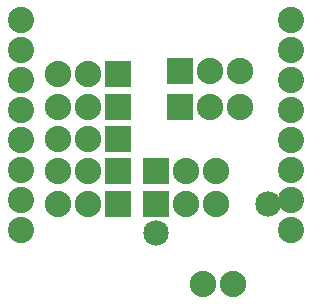
<source format=gts>
G04 MADE WITH FRITZING*
G04 WWW.FRITZING.ORG*
G04 DOUBLE SIDED*
G04 HOLES PLATED*
G04 CONTOUR ON CENTER OF CONTOUR VECTOR*
%ASAXBY*%
%FSLAX23Y23*%
%MOIN*%
%OFA0B0*%
%SFA1.0B1.0*%
%ADD10C,0.087778*%
%ADD11C,0.088000*%
%ADD12C,0.085000*%
%ADD13R,0.088000X0.088000*%
%LNMASK1*%
G90*
G70*
G54D10*
X55Y1070D03*
X55Y970D03*
X55Y870D03*
X55Y770D03*
X55Y670D03*
X55Y570D03*
X55Y470D03*
X55Y370D03*
X955Y370D03*
X955Y470D03*
X955Y570D03*
X955Y670D03*
X955Y770D03*
X955Y870D03*
X955Y970D03*
X955Y1070D03*
G54D11*
X586Y899D03*
X686Y899D03*
X786Y899D03*
X586Y781D03*
X686Y781D03*
X786Y781D03*
X507Y565D03*
X607Y565D03*
X707Y565D03*
X379Y456D03*
X279Y456D03*
X179Y456D03*
X379Y889D03*
X279Y889D03*
X179Y889D03*
X379Y781D03*
X279Y781D03*
X179Y781D03*
X379Y673D03*
X279Y673D03*
X179Y673D03*
X379Y565D03*
X279Y565D03*
X179Y565D03*
X507Y456D03*
X607Y456D03*
X707Y456D03*
X763Y191D03*
X663Y191D03*
G54D12*
X507Y358D03*
X881Y456D03*
G54D13*
X586Y899D03*
X586Y781D03*
X507Y565D03*
X379Y456D03*
X379Y889D03*
X379Y781D03*
X379Y673D03*
X379Y565D03*
X507Y456D03*
G04 End of Mask1*
M02*
</source>
